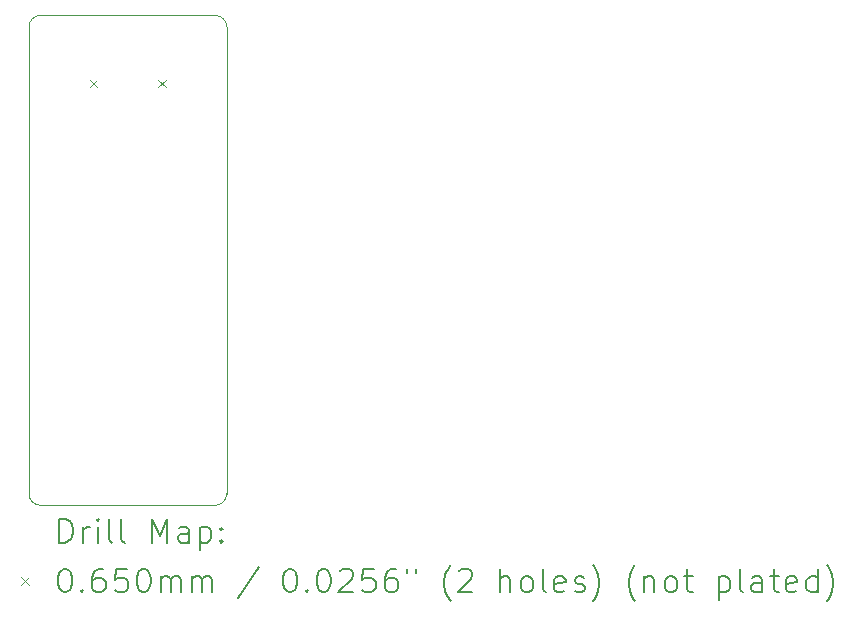
<source format=gbr>
%TF.GenerationSoftware,KiCad,Pcbnew,8.0.3*%
%TF.CreationDate,2024-08-17T22:20:42+01:00*%
%TF.ProjectId,TSSOP_Board,5453534f-505f-4426-9f61-72642e6b6963,rev?*%
%TF.SameCoordinates,Original*%
%TF.FileFunction,Drillmap*%
%TF.FilePolarity,Positive*%
%FSLAX45Y45*%
G04 Gerber Fmt 4.5, Leading zero omitted, Abs format (unit mm)*
G04 Created by KiCad (PCBNEW 8.0.3) date 2024-08-17 22:20:42*
%MOMM*%
%LPD*%
G01*
G04 APERTURE LIST*
%ADD10C,0.050000*%
%ADD11C,0.200000*%
%ADD12C,0.100000*%
G04 APERTURE END LIST*
D10*
X12650000Y-8600000D02*
G75*
G02*
X12550000Y-8700000I-100000J0D01*
G01*
X10975000Y-8600000D02*
X10975000Y-4650000D01*
X11075000Y-4550000D02*
X12550000Y-4550000D01*
X12550000Y-4550000D02*
G75*
G02*
X12650000Y-4650000I0J-100000D01*
G01*
X10975000Y-4650000D02*
G75*
G02*
X11075000Y-4550000I100000J0D01*
G01*
X11075000Y-8700000D02*
G75*
G02*
X10975000Y-8600000I0J100000D01*
G01*
X12550000Y-8700000D02*
X11075000Y-8700000D01*
X12650000Y-4650000D02*
X12650000Y-8600000D01*
D11*
D12*
X11489500Y-5095500D02*
X11554500Y-5160500D01*
X11554500Y-5095500D02*
X11489500Y-5160500D01*
X12067500Y-5095500D02*
X12132500Y-5160500D01*
X12132500Y-5095500D02*
X12067500Y-5160500D01*
D11*
X11233277Y-9013984D02*
X11233277Y-8813984D01*
X11233277Y-8813984D02*
X11280896Y-8813984D01*
X11280896Y-8813984D02*
X11309467Y-8823508D01*
X11309467Y-8823508D02*
X11328515Y-8842555D01*
X11328515Y-8842555D02*
X11338039Y-8861603D01*
X11338039Y-8861603D02*
X11347562Y-8899698D01*
X11347562Y-8899698D02*
X11347562Y-8928270D01*
X11347562Y-8928270D02*
X11338039Y-8966365D01*
X11338039Y-8966365D02*
X11328515Y-8985412D01*
X11328515Y-8985412D02*
X11309467Y-9004460D01*
X11309467Y-9004460D02*
X11280896Y-9013984D01*
X11280896Y-9013984D02*
X11233277Y-9013984D01*
X11433277Y-9013984D02*
X11433277Y-8880650D01*
X11433277Y-8918746D02*
X11442801Y-8899698D01*
X11442801Y-8899698D02*
X11452324Y-8890174D01*
X11452324Y-8890174D02*
X11471372Y-8880650D01*
X11471372Y-8880650D02*
X11490420Y-8880650D01*
X11557086Y-9013984D02*
X11557086Y-8880650D01*
X11557086Y-8813984D02*
X11547562Y-8823508D01*
X11547562Y-8823508D02*
X11557086Y-8833031D01*
X11557086Y-8833031D02*
X11566610Y-8823508D01*
X11566610Y-8823508D02*
X11557086Y-8813984D01*
X11557086Y-8813984D02*
X11557086Y-8833031D01*
X11680896Y-9013984D02*
X11661848Y-9004460D01*
X11661848Y-9004460D02*
X11652324Y-8985412D01*
X11652324Y-8985412D02*
X11652324Y-8813984D01*
X11785658Y-9013984D02*
X11766610Y-9004460D01*
X11766610Y-9004460D02*
X11757086Y-8985412D01*
X11757086Y-8985412D02*
X11757086Y-8813984D01*
X12014229Y-9013984D02*
X12014229Y-8813984D01*
X12014229Y-8813984D02*
X12080896Y-8956841D01*
X12080896Y-8956841D02*
X12147562Y-8813984D01*
X12147562Y-8813984D02*
X12147562Y-9013984D01*
X12328515Y-9013984D02*
X12328515Y-8909222D01*
X12328515Y-8909222D02*
X12318991Y-8890174D01*
X12318991Y-8890174D02*
X12299943Y-8880650D01*
X12299943Y-8880650D02*
X12261848Y-8880650D01*
X12261848Y-8880650D02*
X12242801Y-8890174D01*
X12328515Y-9004460D02*
X12309467Y-9013984D01*
X12309467Y-9013984D02*
X12261848Y-9013984D01*
X12261848Y-9013984D02*
X12242801Y-9004460D01*
X12242801Y-9004460D02*
X12233277Y-8985412D01*
X12233277Y-8985412D02*
X12233277Y-8966365D01*
X12233277Y-8966365D02*
X12242801Y-8947317D01*
X12242801Y-8947317D02*
X12261848Y-8937793D01*
X12261848Y-8937793D02*
X12309467Y-8937793D01*
X12309467Y-8937793D02*
X12328515Y-8928270D01*
X12423753Y-8880650D02*
X12423753Y-9080650D01*
X12423753Y-8890174D02*
X12442801Y-8880650D01*
X12442801Y-8880650D02*
X12480896Y-8880650D01*
X12480896Y-8880650D02*
X12499943Y-8890174D01*
X12499943Y-8890174D02*
X12509467Y-8899698D01*
X12509467Y-8899698D02*
X12518991Y-8918746D01*
X12518991Y-8918746D02*
X12518991Y-8975889D01*
X12518991Y-8975889D02*
X12509467Y-8994936D01*
X12509467Y-8994936D02*
X12499943Y-9004460D01*
X12499943Y-9004460D02*
X12480896Y-9013984D01*
X12480896Y-9013984D02*
X12442801Y-9013984D01*
X12442801Y-9013984D02*
X12423753Y-9004460D01*
X12604705Y-8994936D02*
X12614229Y-9004460D01*
X12614229Y-9004460D02*
X12604705Y-9013984D01*
X12604705Y-9013984D02*
X12595182Y-9004460D01*
X12595182Y-9004460D02*
X12604705Y-8994936D01*
X12604705Y-8994936D02*
X12604705Y-9013984D01*
X12604705Y-8890174D02*
X12614229Y-8899698D01*
X12614229Y-8899698D02*
X12604705Y-8909222D01*
X12604705Y-8909222D02*
X12595182Y-8899698D01*
X12595182Y-8899698D02*
X12604705Y-8890174D01*
X12604705Y-8890174D02*
X12604705Y-8909222D01*
D12*
X10907500Y-9310000D02*
X10972500Y-9375000D01*
X10972500Y-9310000D02*
X10907500Y-9375000D01*
D11*
X11271372Y-9233984D02*
X11290420Y-9233984D01*
X11290420Y-9233984D02*
X11309467Y-9243508D01*
X11309467Y-9243508D02*
X11318991Y-9253031D01*
X11318991Y-9253031D02*
X11328515Y-9272079D01*
X11328515Y-9272079D02*
X11338039Y-9310174D01*
X11338039Y-9310174D02*
X11338039Y-9357793D01*
X11338039Y-9357793D02*
X11328515Y-9395889D01*
X11328515Y-9395889D02*
X11318991Y-9414936D01*
X11318991Y-9414936D02*
X11309467Y-9424460D01*
X11309467Y-9424460D02*
X11290420Y-9433984D01*
X11290420Y-9433984D02*
X11271372Y-9433984D01*
X11271372Y-9433984D02*
X11252324Y-9424460D01*
X11252324Y-9424460D02*
X11242801Y-9414936D01*
X11242801Y-9414936D02*
X11233277Y-9395889D01*
X11233277Y-9395889D02*
X11223753Y-9357793D01*
X11223753Y-9357793D02*
X11223753Y-9310174D01*
X11223753Y-9310174D02*
X11233277Y-9272079D01*
X11233277Y-9272079D02*
X11242801Y-9253031D01*
X11242801Y-9253031D02*
X11252324Y-9243508D01*
X11252324Y-9243508D02*
X11271372Y-9233984D01*
X11423753Y-9414936D02*
X11433277Y-9424460D01*
X11433277Y-9424460D02*
X11423753Y-9433984D01*
X11423753Y-9433984D02*
X11414229Y-9424460D01*
X11414229Y-9424460D02*
X11423753Y-9414936D01*
X11423753Y-9414936D02*
X11423753Y-9433984D01*
X11604705Y-9233984D02*
X11566610Y-9233984D01*
X11566610Y-9233984D02*
X11547562Y-9243508D01*
X11547562Y-9243508D02*
X11538039Y-9253031D01*
X11538039Y-9253031D02*
X11518991Y-9281603D01*
X11518991Y-9281603D02*
X11509467Y-9319698D01*
X11509467Y-9319698D02*
X11509467Y-9395889D01*
X11509467Y-9395889D02*
X11518991Y-9414936D01*
X11518991Y-9414936D02*
X11528515Y-9424460D01*
X11528515Y-9424460D02*
X11547562Y-9433984D01*
X11547562Y-9433984D02*
X11585658Y-9433984D01*
X11585658Y-9433984D02*
X11604705Y-9424460D01*
X11604705Y-9424460D02*
X11614229Y-9414936D01*
X11614229Y-9414936D02*
X11623753Y-9395889D01*
X11623753Y-9395889D02*
X11623753Y-9348270D01*
X11623753Y-9348270D02*
X11614229Y-9329222D01*
X11614229Y-9329222D02*
X11604705Y-9319698D01*
X11604705Y-9319698D02*
X11585658Y-9310174D01*
X11585658Y-9310174D02*
X11547562Y-9310174D01*
X11547562Y-9310174D02*
X11528515Y-9319698D01*
X11528515Y-9319698D02*
X11518991Y-9329222D01*
X11518991Y-9329222D02*
X11509467Y-9348270D01*
X11804705Y-9233984D02*
X11709467Y-9233984D01*
X11709467Y-9233984D02*
X11699943Y-9329222D01*
X11699943Y-9329222D02*
X11709467Y-9319698D01*
X11709467Y-9319698D02*
X11728515Y-9310174D01*
X11728515Y-9310174D02*
X11776134Y-9310174D01*
X11776134Y-9310174D02*
X11795182Y-9319698D01*
X11795182Y-9319698D02*
X11804705Y-9329222D01*
X11804705Y-9329222D02*
X11814229Y-9348270D01*
X11814229Y-9348270D02*
X11814229Y-9395889D01*
X11814229Y-9395889D02*
X11804705Y-9414936D01*
X11804705Y-9414936D02*
X11795182Y-9424460D01*
X11795182Y-9424460D02*
X11776134Y-9433984D01*
X11776134Y-9433984D02*
X11728515Y-9433984D01*
X11728515Y-9433984D02*
X11709467Y-9424460D01*
X11709467Y-9424460D02*
X11699943Y-9414936D01*
X11938039Y-9233984D02*
X11957086Y-9233984D01*
X11957086Y-9233984D02*
X11976134Y-9243508D01*
X11976134Y-9243508D02*
X11985658Y-9253031D01*
X11985658Y-9253031D02*
X11995182Y-9272079D01*
X11995182Y-9272079D02*
X12004705Y-9310174D01*
X12004705Y-9310174D02*
X12004705Y-9357793D01*
X12004705Y-9357793D02*
X11995182Y-9395889D01*
X11995182Y-9395889D02*
X11985658Y-9414936D01*
X11985658Y-9414936D02*
X11976134Y-9424460D01*
X11976134Y-9424460D02*
X11957086Y-9433984D01*
X11957086Y-9433984D02*
X11938039Y-9433984D01*
X11938039Y-9433984D02*
X11918991Y-9424460D01*
X11918991Y-9424460D02*
X11909467Y-9414936D01*
X11909467Y-9414936D02*
X11899943Y-9395889D01*
X11899943Y-9395889D02*
X11890420Y-9357793D01*
X11890420Y-9357793D02*
X11890420Y-9310174D01*
X11890420Y-9310174D02*
X11899943Y-9272079D01*
X11899943Y-9272079D02*
X11909467Y-9253031D01*
X11909467Y-9253031D02*
X11918991Y-9243508D01*
X11918991Y-9243508D02*
X11938039Y-9233984D01*
X12090420Y-9433984D02*
X12090420Y-9300650D01*
X12090420Y-9319698D02*
X12099943Y-9310174D01*
X12099943Y-9310174D02*
X12118991Y-9300650D01*
X12118991Y-9300650D02*
X12147563Y-9300650D01*
X12147563Y-9300650D02*
X12166610Y-9310174D01*
X12166610Y-9310174D02*
X12176134Y-9329222D01*
X12176134Y-9329222D02*
X12176134Y-9433984D01*
X12176134Y-9329222D02*
X12185658Y-9310174D01*
X12185658Y-9310174D02*
X12204705Y-9300650D01*
X12204705Y-9300650D02*
X12233277Y-9300650D01*
X12233277Y-9300650D02*
X12252324Y-9310174D01*
X12252324Y-9310174D02*
X12261848Y-9329222D01*
X12261848Y-9329222D02*
X12261848Y-9433984D01*
X12357086Y-9433984D02*
X12357086Y-9300650D01*
X12357086Y-9319698D02*
X12366610Y-9310174D01*
X12366610Y-9310174D02*
X12385658Y-9300650D01*
X12385658Y-9300650D02*
X12414229Y-9300650D01*
X12414229Y-9300650D02*
X12433277Y-9310174D01*
X12433277Y-9310174D02*
X12442801Y-9329222D01*
X12442801Y-9329222D02*
X12442801Y-9433984D01*
X12442801Y-9329222D02*
X12452324Y-9310174D01*
X12452324Y-9310174D02*
X12471372Y-9300650D01*
X12471372Y-9300650D02*
X12499943Y-9300650D01*
X12499943Y-9300650D02*
X12518991Y-9310174D01*
X12518991Y-9310174D02*
X12528515Y-9329222D01*
X12528515Y-9329222D02*
X12528515Y-9433984D01*
X12918991Y-9224460D02*
X12747563Y-9481603D01*
X13176134Y-9233984D02*
X13195182Y-9233984D01*
X13195182Y-9233984D02*
X13214229Y-9243508D01*
X13214229Y-9243508D02*
X13223753Y-9253031D01*
X13223753Y-9253031D02*
X13233277Y-9272079D01*
X13233277Y-9272079D02*
X13242801Y-9310174D01*
X13242801Y-9310174D02*
X13242801Y-9357793D01*
X13242801Y-9357793D02*
X13233277Y-9395889D01*
X13233277Y-9395889D02*
X13223753Y-9414936D01*
X13223753Y-9414936D02*
X13214229Y-9424460D01*
X13214229Y-9424460D02*
X13195182Y-9433984D01*
X13195182Y-9433984D02*
X13176134Y-9433984D01*
X13176134Y-9433984D02*
X13157086Y-9424460D01*
X13157086Y-9424460D02*
X13147563Y-9414936D01*
X13147563Y-9414936D02*
X13138039Y-9395889D01*
X13138039Y-9395889D02*
X13128515Y-9357793D01*
X13128515Y-9357793D02*
X13128515Y-9310174D01*
X13128515Y-9310174D02*
X13138039Y-9272079D01*
X13138039Y-9272079D02*
X13147563Y-9253031D01*
X13147563Y-9253031D02*
X13157086Y-9243508D01*
X13157086Y-9243508D02*
X13176134Y-9233984D01*
X13328515Y-9414936D02*
X13338039Y-9424460D01*
X13338039Y-9424460D02*
X13328515Y-9433984D01*
X13328515Y-9433984D02*
X13318991Y-9424460D01*
X13318991Y-9424460D02*
X13328515Y-9414936D01*
X13328515Y-9414936D02*
X13328515Y-9433984D01*
X13461848Y-9233984D02*
X13480896Y-9233984D01*
X13480896Y-9233984D02*
X13499944Y-9243508D01*
X13499944Y-9243508D02*
X13509467Y-9253031D01*
X13509467Y-9253031D02*
X13518991Y-9272079D01*
X13518991Y-9272079D02*
X13528515Y-9310174D01*
X13528515Y-9310174D02*
X13528515Y-9357793D01*
X13528515Y-9357793D02*
X13518991Y-9395889D01*
X13518991Y-9395889D02*
X13509467Y-9414936D01*
X13509467Y-9414936D02*
X13499944Y-9424460D01*
X13499944Y-9424460D02*
X13480896Y-9433984D01*
X13480896Y-9433984D02*
X13461848Y-9433984D01*
X13461848Y-9433984D02*
X13442801Y-9424460D01*
X13442801Y-9424460D02*
X13433277Y-9414936D01*
X13433277Y-9414936D02*
X13423753Y-9395889D01*
X13423753Y-9395889D02*
X13414229Y-9357793D01*
X13414229Y-9357793D02*
X13414229Y-9310174D01*
X13414229Y-9310174D02*
X13423753Y-9272079D01*
X13423753Y-9272079D02*
X13433277Y-9253031D01*
X13433277Y-9253031D02*
X13442801Y-9243508D01*
X13442801Y-9243508D02*
X13461848Y-9233984D01*
X13604706Y-9253031D02*
X13614229Y-9243508D01*
X13614229Y-9243508D02*
X13633277Y-9233984D01*
X13633277Y-9233984D02*
X13680896Y-9233984D01*
X13680896Y-9233984D02*
X13699944Y-9243508D01*
X13699944Y-9243508D02*
X13709467Y-9253031D01*
X13709467Y-9253031D02*
X13718991Y-9272079D01*
X13718991Y-9272079D02*
X13718991Y-9291127D01*
X13718991Y-9291127D02*
X13709467Y-9319698D01*
X13709467Y-9319698D02*
X13595182Y-9433984D01*
X13595182Y-9433984D02*
X13718991Y-9433984D01*
X13899944Y-9233984D02*
X13804706Y-9233984D01*
X13804706Y-9233984D02*
X13795182Y-9329222D01*
X13795182Y-9329222D02*
X13804706Y-9319698D01*
X13804706Y-9319698D02*
X13823753Y-9310174D01*
X13823753Y-9310174D02*
X13871372Y-9310174D01*
X13871372Y-9310174D02*
X13890420Y-9319698D01*
X13890420Y-9319698D02*
X13899944Y-9329222D01*
X13899944Y-9329222D02*
X13909467Y-9348270D01*
X13909467Y-9348270D02*
X13909467Y-9395889D01*
X13909467Y-9395889D02*
X13899944Y-9414936D01*
X13899944Y-9414936D02*
X13890420Y-9424460D01*
X13890420Y-9424460D02*
X13871372Y-9433984D01*
X13871372Y-9433984D02*
X13823753Y-9433984D01*
X13823753Y-9433984D02*
X13804706Y-9424460D01*
X13804706Y-9424460D02*
X13795182Y-9414936D01*
X14080896Y-9233984D02*
X14042801Y-9233984D01*
X14042801Y-9233984D02*
X14023753Y-9243508D01*
X14023753Y-9243508D02*
X14014229Y-9253031D01*
X14014229Y-9253031D02*
X13995182Y-9281603D01*
X13995182Y-9281603D02*
X13985658Y-9319698D01*
X13985658Y-9319698D02*
X13985658Y-9395889D01*
X13985658Y-9395889D02*
X13995182Y-9414936D01*
X13995182Y-9414936D02*
X14004706Y-9424460D01*
X14004706Y-9424460D02*
X14023753Y-9433984D01*
X14023753Y-9433984D02*
X14061848Y-9433984D01*
X14061848Y-9433984D02*
X14080896Y-9424460D01*
X14080896Y-9424460D02*
X14090420Y-9414936D01*
X14090420Y-9414936D02*
X14099944Y-9395889D01*
X14099944Y-9395889D02*
X14099944Y-9348270D01*
X14099944Y-9348270D02*
X14090420Y-9329222D01*
X14090420Y-9329222D02*
X14080896Y-9319698D01*
X14080896Y-9319698D02*
X14061848Y-9310174D01*
X14061848Y-9310174D02*
X14023753Y-9310174D01*
X14023753Y-9310174D02*
X14004706Y-9319698D01*
X14004706Y-9319698D02*
X13995182Y-9329222D01*
X13995182Y-9329222D02*
X13985658Y-9348270D01*
X14176134Y-9233984D02*
X14176134Y-9272079D01*
X14252325Y-9233984D02*
X14252325Y-9272079D01*
X14547563Y-9510174D02*
X14538039Y-9500650D01*
X14538039Y-9500650D02*
X14518991Y-9472079D01*
X14518991Y-9472079D02*
X14509468Y-9453031D01*
X14509468Y-9453031D02*
X14499944Y-9424460D01*
X14499944Y-9424460D02*
X14490420Y-9376841D01*
X14490420Y-9376841D02*
X14490420Y-9338746D01*
X14490420Y-9338746D02*
X14499944Y-9291127D01*
X14499944Y-9291127D02*
X14509468Y-9262555D01*
X14509468Y-9262555D02*
X14518991Y-9243508D01*
X14518991Y-9243508D02*
X14538039Y-9214936D01*
X14538039Y-9214936D02*
X14547563Y-9205412D01*
X14614229Y-9253031D02*
X14623753Y-9243508D01*
X14623753Y-9243508D02*
X14642801Y-9233984D01*
X14642801Y-9233984D02*
X14690420Y-9233984D01*
X14690420Y-9233984D02*
X14709468Y-9243508D01*
X14709468Y-9243508D02*
X14718991Y-9253031D01*
X14718991Y-9253031D02*
X14728515Y-9272079D01*
X14728515Y-9272079D02*
X14728515Y-9291127D01*
X14728515Y-9291127D02*
X14718991Y-9319698D01*
X14718991Y-9319698D02*
X14604706Y-9433984D01*
X14604706Y-9433984D02*
X14728515Y-9433984D01*
X14966610Y-9433984D02*
X14966610Y-9233984D01*
X15052325Y-9433984D02*
X15052325Y-9329222D01*
X15052325Y-9329222D02*
X15042801Y-9310174D01*
X15042801Y-9310174D02*
X15023753Y-9300650D01*
X15023753Y-9300650D02*
X14995182Y-9300650D01*
X14995182Y-9300650D02*
X14976134Y-9310174D01*
X14976134Y-9310174D02*
X14966610Y-9319698D01*
X15176134Y-9433984D02*
X15157087Y-9424460D01*
X15157087Y-9424460D02*
X15147563Y-9414936D01*
X15147563Y-9414936D02*
X15138039Y-9395889D01*
X15138039Y-9395889D02*
X15138039Y-9338746D01*
X15138039Y-9338746D02*
X15147563Y-9319698D01*
X15147563Y-9319698D02*
X15157087Y-9310174D01*
X15157087Y-9310174D02*
X15176134Y-9300650D01*
X15176134Y-9300650D02*
X15204706Y-9300650D01*
X15204706Y-9300650D02*
X15223753Y-9310174D01*
X15223753Y-9310174D02*
X15233277Y-9319698D01*
X15233277Y-9319698D02*
X15242801Y-9338746D01*
X15242801Y-9338746D02*
X15242801Y-9395889D01*
X15242801Y-9395889D02*
X15233277Y-9414936D01*
X15233277Y-9414936D02*
X15223753Y-9424460D01*
X15223753Y-9424460D02*
X15204706Y-9433984D01*
X15204706Y-9433984D02*
X15176134Y-9433984D01*
X15357087Y-9433984D02*
X15338039Y-9424460D01*
X15338039Y-9424460D02*
X15328515Y-9405412D01*
X15328515Y-9405412D02*
X15328515Y-9233984D01*
X15509468Y-9424460D02*
X15490420Y-9433984D01*
X15490420Y-9433984D02*
X15452325Y-9433984D01*
X15452325Y-9433984D02*
X15433277Y-9424460D01*
X15433277Y-9424460D02*
X15423753Y-9405412D01*
X15423753Y-9405412D02*
X15423753Y-9329222D01*
X15423753Y-9329222D02*
X15433277Y-9310174D01*
X15433277Y-9310174D02*
X15452325Y-9300650D01*
X15452325Y-9300650D02*
X15490420Y-9300650D01*
X15490420Y-9300650D02*
X15509468Y-9310174D01*
X15509468Y-9310174D02*
X15518991Y-9329222D01*
X15518991Y-9329222D02*
X15518991Y-9348270D01*
X15518991Y-9348270D02*
X15423753Y-9367317D01*
X15595182Y-9424460D02*
X15614230Y-9433984D01*
X15614230Y-9433984D02*
X15652325Y-9433984D01*
X15652325Y-9433984D02*
X15671372Y-9424460D01*
X15671372Y-9424460D02*
X15680896Y-9405412D01*
X15680896Y-9405412D02*
X15680896Y-9395889D01*
X15680896Y-9395889D02*
X15671372Y-9376841D01*
X15671372Y-9376841D02*
X15652325Y-9367317D01*
X15652325Y-9367317D02*
X15623753Y-9367317D01*
X15623753Y-9367317D02*
X15604706Y-9357793D01*
X15604706Y-9357793D02*
X15595182Y-9338746D01*
X15595182Y-9338746D02*
X15595182Y-9329222D01*
X15595182Y-9329222D02*
X15604706Y-9310174D01*
X15604706Y-9310174D02*
X15623753Y-9300650D01*
X15623753Y-9300650D02*
X15652325Y-9300650D01*
X15652325Y-9300650D02*
X15671372Y-9310174D01*
X15747563Y-9510174D02*
X15757087Y-9500650D01*
X15757087Y-9500650D02*
X15776134Y-9472079D01*
X15776134Y-9472079D02*
X15785658Y-9453031D01*
X15785658Y-9453031D02*
X15795182Y-9424460D01*
X15795182Y-9424460D02*
X15804706Y-9376841D01*
X15804706Y-9376841D02*
X15804706Y-9338746D01*
X15804706Y-9338746D02*
X15795182Y-9291127D01*
X15795182Y-9291127D02*
X15785658Y-9262555D01*
X15785658Y-9262555D02*
X15776134Y-9243508D01*
X15776134Y-9243508D02*
X15757087Y-9214936D01*
X15757087Y-9214936D02*
X15747563Y-9205412D01*
X16109468Y-9510174D02*
X16099944Y-9500650D01*
X16099944Y-9500650D02*
X16080896Y-9472079D01*
X16080896Y-9472079D02*
X16071372Y-9453031D01*
X16071372Y-9453031D02*
X16061849Y-9424460D01*
X16061849Y-9424460D02*
X16052325Y-9376841D01*
X16052325Y-9376841D02*
X16052325Y-9338746D01*
X16052325Y-9338746D02*
X16061849Y-9291127D01*
X16061849Y-9291127D02*
X16071372Y-9262555D01*
X16071372Y-9262555D02*
X16080896Y-9243508D01*
X16080896Y-9243508D02*
X16099944Y-9214936D01*
X16099944Y-9214936D02*
X16109468Y-9205412D01*
X16185658Y-9300650D02*
X16185658Y-9433984D01*
X16185658Y-9319698D02*
X16195182Y-9310174D01*
X16195182Y-9310174D02*
X16214230Y-9300650D01*
X16214230Y-9300650D02*
X16242801Y-9300650D01*
X16242801Y-9300650D02*
X16261849Y-9310174D01*
X16261849Y-9310174D02*
X16271372Y-9329222D01*
X16271372Y-9329222D02*
X16271372Y-9433984D01*
X16395182Y-9433984D02*
X16376134Y-9424460D01*
X16376134Y-9424460D02*
X16366611Y-9414936D01*
X16366611Y-9414936D02*
X16357087Y-9395889D01*
X16357087Y-9395889D02*
X16357087Y-9338746D01*
X16357087Y-9338746D02*
X16366611Y-9319698D01*
X16366611Y-9319698D02*
X16376134Y-9310174D01*
X16376134Y-9310174D02*
X16395182Y-9300650D01*
X16395182Y-9300650D02*
X16423753Y-9300650D01*
X16423753Y-9300650D02*
X16442801Y-9310174D01*
X16442801Y-9310174D02*
X16452325Y-9319698D01*
X16452325Y-9319698D02*
X16461849Y-9338746D01*
X16461849Y-9338746D02*
X16461849Y-9395889D01*
X16461849Y-9395889D02*
X16452325Y-9414936D01*
X16452325Y-9414936D02*
X16442801Y-9424460D01*
X16442801Y-9424460D02*
X16423753Y-9433984D01*
X16423753Y-9433984D02*
X16395182Y-9433984D01*
X16518992Y-9300650D02*
X16595182Y-9300650D01*
X16547563Y-9233984D02*
X16547563Y-9405412D01*
X16547563Y-9405412D02*
X16557087Y-9424460D01*
X16557087Y-9424460D02*
X16576134Y-9433984D01*
X16576134Y-9433984D02*
X16595182Y-9433984D01*
X16814230Y-9300650D02*
X16814230Y-9500650D01*
X16814230Y-9310174D02*
X16833277Y-9300650D01*
X16833277Y-9300650D02*
X16871373Y-9300650D01*
X16871373Y-9300650D02*
X16890420Y-9310174D01*
X16890420Y-9310174D02*
X16899944Y-9319698D01*
X16899944Y-9319698D02*
X16909468Y-9338746D01*
X16909468Y-9338746D02*
X16909468Y-9395889D01*
X16909468Y-9395889D02*
X16899944Y-9414936D01*
X16899944Y-9414936D02*
X16890420Y-9424460D01*
X16890420Y-9424460D02*
X16871373Y-9433984D01*
X16871373Y-9433984D02*
X16833277Y-9433984D01*
X16833277Y-9433984D02*
X16814230Y-9424460D01*
X17023754Y-9433984D02*
X17004706Y-9424460D01*
X17004706Y-9424460D02*
X16995182Y-9405412D01*
X16995182Y-9405412D02*
X16995182Y-9233984D01*
X17185658Y-9433984D02*
X17185658Y-9329222D01*
X17185658Y-9329222D02*
X17176135Y-9310174D01*
X17176135Y-9310174D02*
X17157087Y-9300650D01*
X17157087Y-9300650D02*
X17118992Y-9300650D01*
X17118992Y-9300650D02*
X17099944Y-9310174D01*
X17185658Y-9424460D02*
X17166611Y-9433984D01*
X17166611Y-9433984D02*
X17118992Y-9433984D01*
X17118992Y-9433984D02*
X17099944Y-9424460D01*
X17099944Y-9424460D02*
X17090420Y-9405412D01*
X17090420Y-9405412D02*
X17090420Y-9386365D01*
X17090420Y-9386365D02*
X17099944Y-9367317D01*
X17099944Y-9367317D02*
X17118992Y-9357793D01*
X17118992Y-9357793D02*
X17166611Y-9357793D01*
X17166611Y-9357793D02*
X17185658Y-9348270D01*
X17252325Y-9300650D02*
X17328515Y-9300650D01*
X17280896Y-9233984D02*
X17280896Y-9405412D01*
X17280896Y-9405412D02*
X17290420Y-9424460D01*
X17290420Y-9424460D02*
X17309468Y-9433984D01*
X17309468Y-9433984D02*
X17328515Y-9433984D01*
X17471373Y-9424460D02*
X17452325Y-9433984D01*
X17452325Y-9433984D02*
X17414230Y-9433984D01*
X17414230Y-9433984D02*
X17395182Y-9424460D01*
X17395182Y-9424460D02*
X17385658Y-9405412D01*
X17385658Y-9405412D02*
X17385658Y-9329222D01*
X17385658Y-9329222D02*
X17395182Y-9310174D01*
X17395182Y-9310174D02*
X17414230Y-9300650D01*
X17414230Y-9300650D02*
X17452325Y-9300650D01*
X17452325Y-9300650D02*
X17471373Y-9310174D01*
X17471373Y-9310174D02*
X17480896Y-9329222D01*
X17480896Y-9329222D02*
X17480896Y-9348270D01*
X17480896Y-9348270D02*
X17385658Y-9367317D01*
X17652325Y-9433984D02*
X17652325Y-9233984D01*
X17652325Y-9424460D02*
X17633277Y-9433984D01*
X17633277Y-9433984D02*
X17595182Y-9433984D01*
X17595182Y-9433984D02*
X17576135Y-9424460D01*
X17576135Y-9424460D02*
X17566611Y-9414936D01*
X17566611Y-9414936D02*
X17557087Y-9395889D01*
X17557087Y-9395889D02*
X17557087Y-9338746D01*
X17557087Y-9338746D02*
X17566611Y-9319698D01*
X17566611Y-9319698D02*
X17576135Y-9310174D01*
X17576135Y-9310174D02*
X17595182Y-9300650D01*
X17595182Y-9300650D02*
X17633277Y-9300650D01*
X17633277Y-9300650D02*
X17652325Y-9310174D01*
X17728516Y-9510174D02*
X17738039Y-9500650D01*
X17738039Y-9500650D02*
X17757087Y-9472079D01*
X17757087Y-9472079D02*
X17766611Y-9453031D01*
X17766611Y-9453031D02*
X17776135Y-9424460D01*
X17776135Y-9424460D02*
X17785658Y-9376841D01*
X17785658Y-9376841D02*
X17785658Y-9338746D01*
X17785658Y-9338746D02*
X17776135Y-9291127D01*
X17776135Y-9291127D02*
X17766611Y-9262555D01*
X17766611Y-9262555D02*
X17757087Y-9243508D01*
X17757087Y-9243508D02*
X17738039Y-9214936D01*
X17738039Y-9214936D02*
X17728516Y-9205412D01*
M02*

</source>
